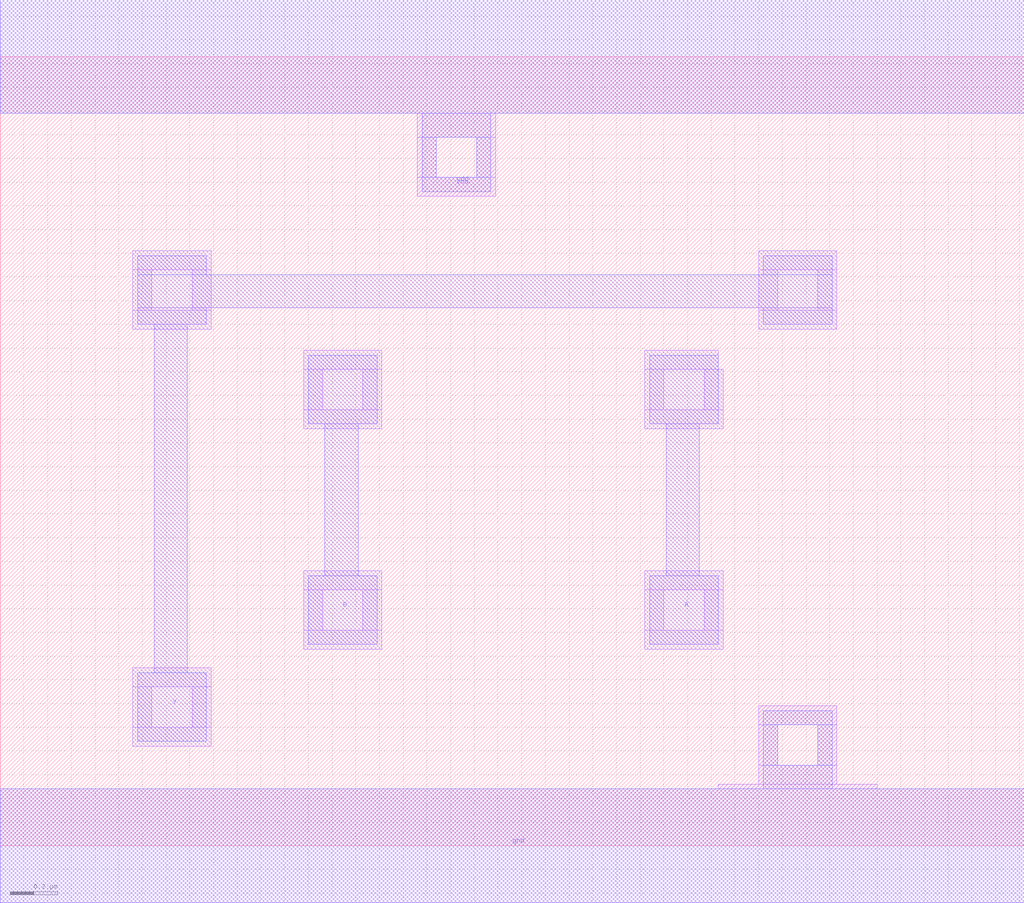
<source format=lef>
VERSION 5.7 ;
  NOWIREEXTENSIONATPIN ON ;
  DIVIDERCHAR "/" ;
  BUSBITCHARS "[]" ;
MACRO NAND2X1
  CLASS CORE ;
  FOREIGN NAND2X1 ;
  ORIGIN 0.000 0.000 ;
  SIZE 4.320 BY 3.330 ;
  SYMMETRY X Y R90 ;
  SITE unit ;
  PIN vdd
    DIRECTION INOUT ;
    USE POWER ;
    SHAPE ABUTMENT ;
    PORT
      LAYER met1 ;
        RECT 0.000 3.090 4.320 3.570 ;
        RECT 1.780 2.990 2.070 3.090 ;
        RECT 1.780 2.820 1.840 2.990 ;
        RECT 2.010 2.820 2.070 2.990 ;
        RECT 1.780 2.760 2.070 2.820 ;
    END
    PORT
      LAYER li1 ;
        RECT 0.000 3.090 4.320 3.570 ;
        RECT 1.760 2.990 2.090 3.090 ;
        RECT 1.760 2.820 1.840 2.990 ;
        RECT 2.010 2.820 2.090 2.990 ;
        RECT 1.760 2.740 2.090 2.820 ;
    END
  END vdd
  PIN gnd
    DIRECTION INOUT ;
    USE GROUND ;
    SHAPE ABUTMENT ;
    PORT
      LAYER met1 ;
        RECT 3.220 0.510 3.510 0.570 ;
        RECT 3.220 0.340 3.280 0.510 ;
        RECT 3.450 0.340 3.510 0.510 ;
        RECT 3.220 0.240 3.510 0.340 ;
        RECT 0.000 -0.240 4.320 0.240 ;
    END
    PORT
      LAYER li1 ;
        RECT 3.200 0.510 3.530 0.590 ;
        RECT 3.200 0.340 3.280 0.510 ;
        RECT 3.450 0.340 3.530 0.510 ;
        RECT 3.200 0.260 3.530 0.340 ;
        RECT 3.030 0.240 3.700 0.260 ;
        RECT 0.000 -0.240 4.320 0.240 ;
    END
  END gnd
  PIN Y
    DIRECTION INOUT ;
    USE SIGNAL ;
    SHAPE ABUTMENT ;
    PORT
      LAYER met1 ;
        RECT 0.580 2.410 0.870 2.490 ;
        RECT 3.220 2.410 3.510 2.490 ;
        RECT 0.580 2.270 3.510 2.410 ;
        RECT 0.580 2.200 0.870 2.270 ;
        RECT 3.220 2.200 3.510 2.270 ;
        RECT 0.650 0.730 0.790 2.200 ;
        RECT 0.580 0.440 0.870 0.730 ;
    END
  END Y
  PIN B
    DIRECTION INOUT ;
    USE SIGNAL ;
    SHAPE ABUTMENT ;
    PORT
      LAYER met1 ;
        RECT 1.300 1.780 1.590 2.070 ;
        RECT 1.370 1.140 1.510 1.780 ;
        RECT 1.300 0.850 1.590 1.140 ;
    END
  END B
  PIN A
    DIRECTION INOUT ;
    USE SIGNAL ;
    SHAPE ABUTMENT ;
    PORT
      LAYER met1 ;
        RECT 2.740 1.780 3.030 2.070 ;
        RECT 2.810 1.140 2.950 1.780 ;
        RECT 2.740 0.850 3.030 1.140 ;
    END
  END A
  OBS
      LAYER li1 ;
        RECT 0.560 2.430 0.890 2.510 ;
        RECT 0.560 2.260 0.640 2.430 ;
        RECT 0.810 2.260 0.890 2.430 ;
        RECT 0.560 2.180 0.890 2.260 ;
        RECT 3.200 2.430 3.530 2.510 ;
        RECT 3.200 2.260 3.280 2.430 ;
        RECT 3.450 2.260 3.530 2.430 ;
        RECT 3.200 2.180 3.530 2.260 ;
        RECT 1.280 2.010 1.610 2.090 ;
        RECT 1.280 1.840 1.360 2.010 ;
        RECT 1.530 1.840 1.610 2.010 ;
        RECT 1.280 1.760 1.610 1.840 ;
        RECT 2.720 2.010 3.030 2.090 ;
        RECT 2.720 1.840 2.800 2.010 ;
        RECT 2.970 1.840 3.050 2.010 ;
        RECT 2.720 1.760 3.050 1.840 ;
        RECT 1.280 1.080 1.610 1.160 ;
        RECT 1.280 0.910 1.360 1.080 ;
        RECT 1.530 0.910 1.610 1.080 ;
        RECT 1.280 0.830 1.610 0.910 ;
        RECT 2.720 1.080 3.050 1.160 ;
        RECT 2.720 0.910 2.800 1.080 ;
        RECT 2.970 0.910 3.050 1.080 ;
        RECT 2.720 0.830 3.050 0.910 ;
        RECT 0.560 0.670 0.890 0.750 ;
        RECT 0.560 0.500 0.640 0.670 ;
        RECT 0.810 0.500 0.890 0.670 ;
        RECT 0.560 0.420 0.890 0.500 ;
  END
END NAND2X1
END LIBRARY


</source>
